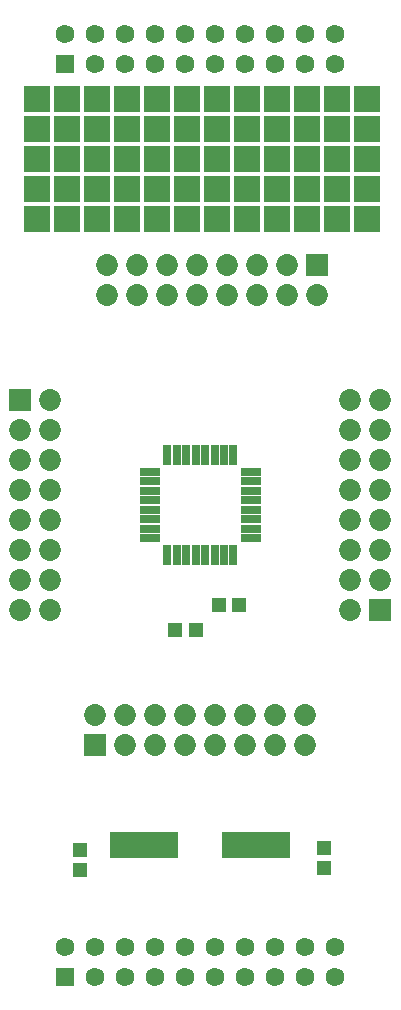
<source format=gbr>
%TF.GenerationSoftware,Altium Limited,Altium Designer,23.4.1 (23)*%
G04 Layer_Color=8388736*
%FSLAX45Y45*%
%MOMM*%
%TF.SameCoordinates,37F79050-5382-499E-8BED-BD4E09E40BF1*%
%TF.FilePolarity,Negative*%
%TF.FileFunction,Soldermask,Top*%
%TF.Part,Single*%
G01*
G75*
%TA.AperFunction,SMDPad,CuDef*%
%ADD29R,1.30320X1.20320*%
%ADD30R,1.70320X0.80320*%
%ADD31R,0.80320X1.70320*%
%ADD32R,1.20320X1.30320*%
%ADD33R,5.80320X2.30320*%
%TA.AperFunction,ComponentPad*%
%ADD34C,1.59320*%
%ADD35R,1.59320X1.59320*%
%ADD36R,1.85320X1.85320*%
%ADD37C,1.85320*%
%TA.AperFunction,ViaPad*%
%ADD38R,2.20320X2.20320*%
%TA.AperFunction,ComponentPad*%
%ADD39R,1.85320X1.85320*%
D29*
X1609000Y3444875D02*
D03*
X1439000D02*
D03*
X1974125Y3651250D02*
D03*
X1804125D02*
D03*
D30*
X1225000Y4220000D02*
D03*
Y4300000D02*
D03*
Y4380000D02*
D03*
Y4460000D02*
D03*
Y4540000D02*
D03*
Y4620000D02*
D03*
Y4700000D02*
D03*
Y4780000D02*
D03*
X2075000D02*
D03*
Y4700000D02*
D03*
Y4620000D02*
D03*
Y4540000D02*
D03*
Y4460000D02*
D03*
Y4380000D02*
D03*
Y4300000D02*
D03*
Y4220000D02*
D03*
D31*
X1370000Y4925000D02*
D03*
X1450000D02*
D03*
X1530000D02*
D03*
X1610000D02*
D03*
X1690000D02*
D03*
X1770000D02*
D03*
X1850000D02*
D03*
X1930000D02*
D03*
Y4075000D02*
D03*
X1850000D02*
D03*
X1770000D02*
D03*
X1690000D02*
D03*
X1610000D02*
D03*
X1530000D02*
D03*
X1450000D02*
D03*
X1370000D02*
D03*
D32*
X635000Y1407250D02*
D03*
Y1577250D02*
D03*
X2698750Y1423125D02*
D03*
Y1593125D02*
D03*
D33*
X2125000Y1619250D02*
D03*
X1175000D02*
D03*
D34*
X2794000Y8492000D02*
D03*
Y8238000D02*
D03*
X2540000Y8492000D02*
D03*
Y8238000D02*
D03*
X2286000Y8492000D02*
D03*
Y8238000D02*
D03*
X2032000Y8492000D02*
D03*
Y8238000D02*
D03*
X1778000Y8492000D02*
D03*
Y8238000D02*
D03*
X1524000Y8492000D02*
D03*
Y8238000D02*
D03*
X1270000Y8492000D02*
D03*
Y8238000D02*
D03*
X1016000Y8492000D02*
D03*
Y8238000D02*
D03*
X762000Y8492000D02*
D03*
Y8238000D02*
D03*
X508000Y8492000D02*
D03*
X2794000Y762000D02*
D03*
Y508000D02*
D03*
X2540000Y762000D02*
D03*
Y508000D02*
D03*
X2286000Y762000D02*
D03*
Y508000D02*
D03*
X2032000Y762000D02*
D03*
Y508000D02*
D03*
X1778000Y762000D02*
D03*
Y508000D02*
D03*
X1524000Y762000D02*
D03*
Y508000D02*
D03*
X1270000Y762000D02*
D03*
Y508000D02*
D03*
X1016000Y762000D02*
D03*
Y508000D02*
D03*
X762000Y762000D02*
D03*
Y508000D02*
D03*
X508000Y762000D02*
D03*
D35*
Y8238000D02*
D03*
Y508000D02*
D03*
D36*
X3173000Y3611000D02*
D03*
X127000Y5389000D02*
D03*
D37*
X2919000Y3611000D02*
D03*
X3173000Y3865000D02*
D03*
X2919000D02*
D03*
X3173000Y4119000D02*
D03*
X2919000D02*
D03*
X3173000Y4373000D02*
D03*
X2919000D02*
D03*
X3173000Y4627000D02*
D03*
X2919000D02*
D03*
X3173000Y4881000D02*
D03*
X2919000D02*
D03*
X3173000Y5135000D02*
D03*
X2919000D02*
D03*
X3173000Y5389000D02*
D03*
X2919000D02*
D03*
X381000D02*
D03*
X127000Y5135000D02*
D03*
X381000D02*
D03*
X127000Y4881000D02*
D03*
X381000D02*
D03*
X127000Y4627000D02*
D03*
X381000D02*
D03*
X127000Y4373000D02*
D03*
X381000D02*
D03*
X127000Y4119000D02*
D03*
X381000D02*
D03*
X127000Y3865000D02*
D03*
X381000D02*
D03*
X127000Y3611000D02*
D03*
X381000D02*
D03*
X761000Y2722000D02*
D03*
X1015000Y2468000D02*
D03*
Y2722000D02*
D03*
X1269000Y2468000D02*
D03*
Y2722000D02*
D03*
X1523000Y2468000D02*
D03*
Y2722000D02*
D03*
X1777000Y2468000D02*
D03*
Y2722000D02*
D03*
X2031000Y2468000D02*
D03*
Y2722000D02*
D03*
X2285000Y2468000D02*
D03*
Y2722000D02*
D03*
X2539000Y2468000D02*
D03*
Y2722000D02*
D03*
X2635250Y6278000D02*
D03*
X2381250Y6532000D02*
D03*
Y6278000D02*
D03*
X2127250Y6532000D02*
D03*
Y6278000D02*
D03*
X1873250Y6532000D02*
D03*
Y6278000D02*
D03*
X1619250Y6532000D02*
D03*
Y6278000D02*
D03*
X1365250Y6532000D02*
D03*
Y6278000D02*
D03*
X1111250Y6532000D02*
D03*
Y6278000D02*
D03*
X857250Y6532000D02*
D03*
Y6278000D02*
D03*
D38*
X2555875Y6921500D02*
D03*
X2301875D02*
D03*
X2809875D02*
D03*
X3063875D02*
D03*
X1539875D02*
D03*
X1793875D02*
D03*
X2047875D02*
D03*
X1285875D02*
D03*
X777875D02*
D03*
X523875D02*
D03*
X1031875D02*
D03*
X269875D02*
D03*
X2555875Y7175500D02*
D03*
X2301875D02*
D03*
X2809875D02*
D03*
X3063875D02*
D03*
X1539875D02*
D03*
X1793875D02*
D03*
X2047875D02*
D03*
X1285875D02*
D03*
X777875D02*
D03*
X523875D02*
D03*
X1031875D02*
D03*
X269875D02*
D03*
Y7429500D02*
D03*
X1031875D02*
D03*
X523875D02*
D03*
X777875D02*
D03*
X1285875D02*
D03*
X2047875D02*
D03*
X1793875D02*
D03*
X1539875D02*
D03*
X3063875D02*
D03*
X2809875D02*
D03*
X2301875D02*
D03*
X2555875D02*
D03*
X2301875Y7937500D02*
D03*
Y7683500D02*
D03*
X2555875D02*
D03*
Y7937500D02*
D03*
X3063875D02*
D03*
Y7683500D02*
D03*
X2809875D02*
D03*
Y7937500D02*
D03*
X1285875D02*
D03*
Y7683500D02*
D03*
X1539875D02*
D03*
Y7937500D02*
D03*
X2047875D02*
D03*
Y7683500D02*
D03*
X1793875D02*
D03*
Y7937500D02*
D03*
X777875D02*
D03*
Y7683500D02*
D03*
X1031875D02*
D03*
Y7937500D02*
D03*
X523875D02*
D03*
Y7683500D02*
D03*
X269875D02*
D03*
Y7937500D02*
D03*
D39*
X761000Y2468000D02*
D03*
X2635250Y6532000D02*
D03*
%TF.MD5,b55e5c034f7d5e51a6f81bfbc9c2630a*%
M02*

</source>
